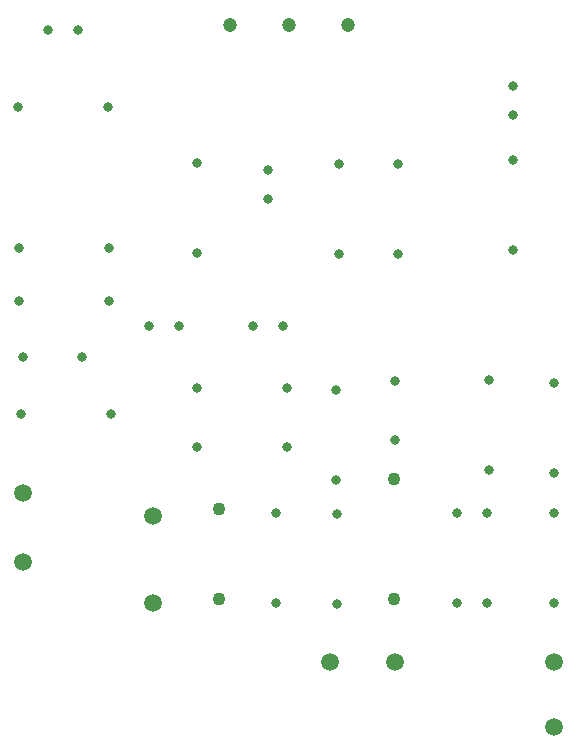
<source format=gbr>
%TF.GenerationSoftware,KiCad,Pcbnew,8.0.7-1.fc41*%
%TF.CreationDate,2025-01-30T18:36:41-08:00*%
%TF.ProjectId,EP-Booster,45502d42-6f6f-4737-9465-722e6b696361,rev?*%
%TF.SameCoordinates,Original*%
%TF.FileFunction,Plated,1,2,PTH,Drill*%
%TF.FilePolarity,Positive*%
%FSLAX46Y46*%
G04 Gerber Fmt 4.6, Leading zero omitted, Abs format (unit mm)*
G04 Created by KiCad (PCBNEW 8.0.7-1.fc41) date 2025-01-30 18:36:41*
%MOMM*%
%LPD*%
G01*
G04 APERTURE LIST*
%TA.AperFunction,ComponentDrill*%
%ADD10C,0.800000*%
%TD*%
%TA.AperFunction,ComponentDrill*%
%ADD11C,1.100000*%
%TD*%
%TA.AperFunction,ComponentDrill*%
%ADD12C,1.200000*%
%TD*%
%TA.AperFunction,ComponentDrill*%
%ADD13C,1.500000*%
%TD*%
G04 APERTURE END LIST*
D10*
%TO.C,R8*%
X120630000Y-50000000D03*
%TO.C,R7*%
X120690000Y-61950000D03*
%TO.C,R6*%
X120690000Y-66450000D03*
%TO.C,R5*%
X120880000Y-75950000D03*
%TO.C,C3*%
X121000000Y-71200000D03*
%TO.C,C7*%
X123130000Y-43500000D03*
X125630000Y-43500000D03*
%TO.C,C3*%
X126000000Y-71200000D03*
%TO.C,R8*%
X128250000Y-50000000D03*
%TO.C,R7*%
X128310000Y-61950000D03*
%TO.C,R6*%
X128310000Y-66450000D03*
%TO.C,R5*%
X128500000Y-75950000D03*
%TO.C,C1*%
X131705113Y-68500000D03*
X134205113Y-68500000D03*
%TO.C,R3*%
X135720000Y-73794888D03*
%TO.C,R4*%
X135720000Y-78794888D03*
%TO.C,R9*%
X135750000Y-54750000D03*
X135750000Y-62370000D03*
%TO.C,C2*%
X140500000Y-68500000D03*
%TO.C,C4*%
X141751666Y-55289775D03*
X141751666Y-57789775D03*
%TO.C,R1*%
X142400000Y-84360000D03*
X142400000Y-91980000D03*
%TO.C,C2*%
X143000000Y-68500000D03*
%TO.C,R3*%
X143340000Y-73794888D03*
%TO.C,R4*%
X143340000Y-78794888D03*
%TO.C,R12*%
X147500000Y-73940000D03*
X147500000Y-81560000D03*
%TO.C,R2*%
X147600000Y-84410000D03*
X147600000Y-92030000D03*
%TO.C,R10*%
X147753332Y-54800000D03*
X147753332Y-62420000D03*
%TO.C,C5*%
X152500000Y-73200000D03*
X152500000Y-78200000D03*
%TO.C,R11*%
X152800000Y-54800000D03*
X152800000Y-62420000D03*
%TO.C,SW1*%
X157750000Y-84380000D03*
X157750000Y-92000000D03*
X160290000Y-84380000D03*
X160290000Y-92000000D03*
%TO.C,R16*%
X160500000Y-73080000D03*
X160500000Y-80700000D03*
%TO.C,C6*%
X162500000Y-48205112D03*
X162500000Y-50705112D03*
%TO.C,R13*%
X162500000Y-54500000D03*
X162500000Y-62120000D03*
%TO.C,R14*%
X166000000Y-73390000D03*
X166000000Y-81010000D03*
%TO.C,R15*%
X166000000Y-84390000D03*
X166000000Y-92010000D03*
D11*
%TO.C,D2*%
X137600000Y-84060000D03*
X137600000Y-91680000D03*
%TO.C,D1*%
X152400000Y-81520000D03*
X152400000Y-91680000D03*
D12*
%TO.C,RV1*%
X138500000Y-43050000D03*
X143500000Y-43050000D03*
X148500000Y-43050000D03*
D13*
%TO.C,H2*%
X121000000Y-82700000D03*
%TO.C,H5*%
X121000000Y-88500000D03*
%TO.C,H1*%
X132000000Y-84604888D03*
%TO.C,H8*%
X132000000Y-92000000D03*
%TO.C,H6*%
X147000000Y-97000000D03*
%TO.C,H7*%
X152500000Y-97000000D03*
%TO.C,H3*%
X166000000Y-97000000D03*
%TO.C,H4*%
X166000000Y-102500000D03*
M02*

</source>
